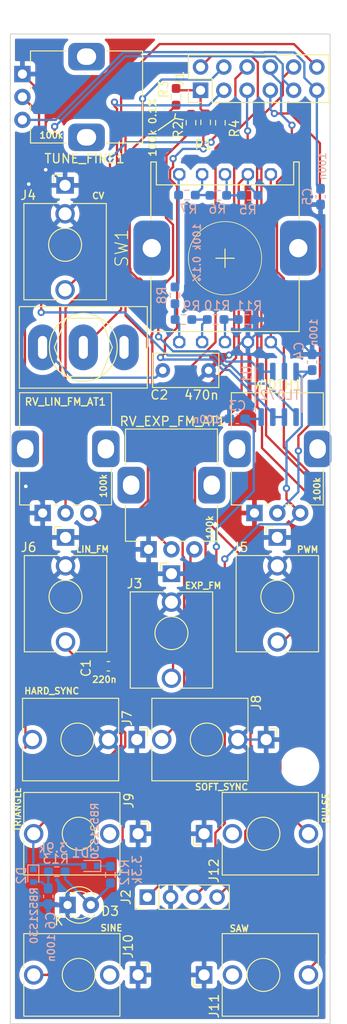
<source format=kicad_pcb>
(kicad_pcb (version 20211014) (generator pcbnew)
  (layers (0 "F.Cu" signal) (31 "B.Cu" signal) (34 "B.Paste" user) (35 "F.Paste" user) (36 "B.SilkS" user "B.Silkscreen") (37 "F.SilkS" user "F.Silkscreen") (38 "B.Mask" user) (39 "F.Mask" user) (44 "Edge.Cuts" user))
  (net 0 "")
  (net 1 "/VFCI")
  (net 2 "/SOFT_SYNC")
  (net 3 "/LIN_FM")
  (net 4 "/TRIANGLE")
  (net 5 "/PWM")
  (net 6 "/SINE")
  (net 7 "/WIDTH")
  (net 8 "/SAW")
  (net 9 "/HARD_SYNC")
  (net 10 "/PULSE")
  (net 11 "+12V")
  (net 12 "GND")
  (net 13 "-12V")
  (net 14 "Net-(C1-Pad1)")
  (net 15 "Net-(C1-Pad2)")
  (net 16 "Net-(J3-PadT)")
  (net 17 "Net-(J4-PadT)")
  (net 22 "Net-(R1-Pad1)")
  (net 23 "Net-(R2-Pad1)")
  (net 24 "Net-(R3-Pad1)")
  (net 25 "Net-(C2-Pad1)")
  (net 26 "/CAP")
  (net 27 "/+7.000V")
  (net 28 "Net-(R5-Pad2)")
  (net 29 "Net-(R6-Pad2)")
  (net 30 "Net-(R7-Pad2)")
  (net 31 "Net-(R8-Pad2)")
  (net 32 "Net-(R10-Pad1)")
  (net 33 "Net-(R10-Pad2)")
  (net 34 "Net-(SW1-PadCOM)")
  (net 36 "Net-(TUNE_FINE1-Pad2)")
  (net 37 "/1V")
  (net 38 "Net-(C6-Pad1)")
  (net 39 "Net-(D1-Pad1)")
  (net 40 "Net-(D3-Pad2)")
  (footprint "Connector_Audio:Jack_3.5mm_QingPu_WQP-PJ398SM_Vertical_CircularHoles" (layer "F.Cu") (at 159.7 91.17)
    (fp_text reference "J5")
    (fp_text value "PWM")
  )
  (footprint "Potentiometer_THT:Potentiometer_Alps_RK09K_Single_Vertical" (layer "F.Cu") (at 134.07 88.51 90)
    (fp_text reference "RV_LIN_FM_AT1")
    (fp_text value "100k")
  )
  (footprint "Connector_PinHeader_2.54mm:PinHeader_1x04_P2.54mm_Vertical" (layer "F.Cu") (at 145.5 130.41 90)
    (fp_text reference "J2")
    (fp_text value "Conn_01x04")
  )
  (footprint "Connector_PinHeader_2.54mm:PinHeader_2x06_P2.54mm_Vertical" (layer "F.Cu") (at 151.315 42.4 90)
    (fp_text reference "J1")
    (fp_text value "Conn_02x06_Odd_Even")
  )
  (footprint "LED_THT:LED_D3.0mm" (layer "F.Cu") (at 136.79 131.26)
    (fp_text reference "D3")
    (fp_text value "LED_Dual_Bidirectional")
  )
  (footprint "Connector_Audio:Jack_3.5mm_QingPu_WQP-PJ398SM_Vertical_CircularHoles" (layer "F.Cu") (at 136.52 52.77)
    (fp_text reference "J4")
    (fp_text value "CV")
  )
  (footprint "Connector_Audio:Jack_3.5mm_QingPu_WQP-PJ398SM_Vertical_CircularHoles" (layer "F.Cu") (at 158.476 113.22 -90)
    (fp_text reference "J8")
    (fp_text value "SOFT_SYNC")
  )
  (footprint "Capacitor_THT:C_Rect_L7.0mm_W3.5mm_P5.00mm" (layer "F.Cu") (at 147.19 72.95)
    (fp_text reference "C2")
    (fp_text value "470n")
  )
  (footprint "Connector_Audio:Jack_3.5mm_QingPu_WQP-PJ398SM_Vertical_CircularHoles" (layer "F.Cu") (at 144.49 123.49 -90)
    (fp_text reference "J9")
    (fp_text value "TRIANGLE")
  )
  (footprint "Capacitor_SMD:C_0603_1608Metric_Pad1.08x0.95mm_HandSolder" (layer "F.Cu") (at 141.25 105.23 180)
    (fp_text reference "C1")
    (fp_text value "220n")
  )
  (footprint "Resistor_SMD:R_0603_1608Metric_Pad0.98x0.95mm_HandSolder" (layer "F.Cu") (at 150.27 45.94 90)
    (fp_text reference "R2")
    (fp_text value "100k 0.1%")
  )
  (footprint "Potentiometer_THT:Potentiometer_Alps_RK09K_Single_Vertical" (layer "F.Cu") (at 145.635 92.47 90)
    (fp_text reference "RV_EXP_FM_AT1")
    (fp_text value "100k")
  )
  (footprint "Connector_Audio:Jack_3.5mm_QingPu_WQP-PJ398SM_Vertical_CircularHoles" (layer "F.Cu") (at 144.35 113.22 -90)
    (fp_text reference "J7")
    (fp_text value "HARD_SYNC")
  )
  (footprint "Connector_Audio:Jack_3.5mm_QingPu_WQP-PJ398SM_Vertical_CircularHoles" (layer "F.Cu") (at 151.7 138.89 90)
    (fp_text reference "J11")
    (fp_text value "SAW")
  )
  (footprint "Library:Rotary-Switch-8-ALPS-SRBV" (layer "F.Cu") (at 153.985 60.7185)
    (fp_text reference "SW1")
    (fp_text value "OCT")
  )
  (footprint "Potentiometer_THT:Potentiometer_Alps_RK09K_Single_Vertical" (layer "F.Cu") (at 131.86 40.63)
    (fp_text reference "TUNE_FINE1")
    (fp_text value "100k")
  )
  (footprint "Connector_Audio:Jack_3.5mm_QingPu_WQP-PJ398SM_Vertical_CircularHoles" (layer "F.Cu") (at 144.49 138.89 -90)
    (fp_text reference "J10")
    (fp_text value "SINE")
  )
  (footprint "Library:MountingHole_3.2mm_M3_NoCourt" (layer "F.Cu") (at 162.17 116.17)
    (fp_text reference "H1" hide)
    (fp_text value "MountingHole")
  )
  (footprint "Resistor_SMD:R_0603_1608Metric_Pad0.98x0.95mm_HandSolder" (layer "F.Cu") (at 151.87 45.9 90)
    (fp_text reference "R1")
    (fp_text value "100k 0.1%")
  )
  (footprint "Library:SW_Toggle_Blue_wSlots" (layer "F.Cu") (at 138.51 70.44)
    (fp_text reference "SW2" hide)
    (fp_text value "SW_LFO")
  )
  (footprint "Resistor_SMD:R_0603_1608Metric_Pad0.98x0.95mm_HandSolder" (layer "F.Cu") (at 148.64 43.11 90)
    (fp_text reference "R3")
    (fp_text value "100k 0.1%")
  )
  (footprint "Potentiometer_THT:Potentiometer_Alps_RK09K_Single_Vertical" (layer "F.Cu") (at 157.2 88.51 90)
    (fp_text reference "WIDTH1")
    (fp_text value "100k")
  )
  (footprint "Resistor_SMD:R_0603_1608Metric_Pad0.98x0.95mm_HandSolder" (layer "F.Cu") (at 153.48 45.95 90)
    (fp_text reference "R4")
    (fp_text value "100k 0.1%")
  )
  (footprint "Connector_Audio:Jack_3.5mm_QingPu_WQP-PJ398SM_Vertical_CircularHoles" (layer "F.Cu") (at 151.7 123.49 90)
    (fp_text reference "J12")
    (fp_text value "PULSE")
  )
  (footprint "Connector_Audio:Jack_3.5mm_QingPu_WQP-PJ398SM_Vertical_CircularHoles" (layer "F.Cu") (at 148.135 95.13)
    (fp_text reference "J3")
    (fp_text value "EXP_FM")
  )
  (footprint "Connector_Audio:Jack_3.5mm_QingPu_WQP-PJ398SM_Vertical_CircularHoles" (layer "F.Cu") (at 136.57 91.17)
    (fp_text reference "J6")
    (fp_text value "LIN_FM")
  )
  (footprint "Resistor_SMD:R_0603_1608Metric_Pad0.98x0.95mm_HandSolder" (layer "B.Cu") (at 141.46 127.96381 -90)
    (fp_text reference "R12")
    (fp_text value "3.3k")
  )
  (footprint "Resistor_SMD:R_0603_1608Metric_Pad0.98x0.95mm_HandSolder" (layer "B.Cu") (at 156.67 53.86 180)
    (fp_text reference "R5")
    (fp_text value "10k 0.1%")
  )
  (footprint "Resistor_SMD:R_0603_1608Metric_Pad0.98x0.95mm_HandSolder" (layer "B.Cu") (at 156.34 67.4)
    (fp_text reference "R11")
    (fp_text value "10k 0.1%")
  )
  (footprint "Diode_SMD:D_SOD-523" (layer "B.Cu") (at 133.05 128.05381 -90)
    (fp_text reference "D2")
    (fp_text value "RB521S30")
  )
  (footprint "Capacitor_SMD:C_0603_1608Metric_Pad1.08x0.95mm_HandSolder" (layer "B.Cu") (at 163.5 72.06 -90)
    (fp_text reference "C4")
    (fp_text value "100n")
  )
  (footprint "Capacitor_SMD:C_0603_1608Metric_Pad1.08x0.95mm_HandSolder" (layer "B.Cu") (at 155.33 78.24 180)
    (fp_text reference "C3")
    (fp_text value "100n")
  )
  (footprint "Package_SO:SOIC-8_3.9x4.9mm_P1.27mm" (layer "B.Cu") (at 159.84 75.57 -90)
    (fp_text reference "U1")
    (fp_text value "TL072")
  )
  (footprint "Resistor_SMD:R_0603_1608Metric_Pad0.98x0.95mm_HandSolder" (layer "B.Cu") (at 135.61381 127.63)
    (fp_text reference "R13")
    (fp_text value "3.9k")
  )
  (footprint "Diode_SMD:D_SOD-523" (layer "B.Cu") (at 139.26381 127.01 180)
    (fp_text reference "D1")
    (fp_text value "RB521S30")
  )
  (footprint "Resistor_SMD:R_0603_1608Metric_Pad0.98x0.95mm_HandSolder" (layer "B.Cu") (at 149.83 53.83 180)
    (fp_text reference "R7")
    (fp_text value "10k 0.1%")
  )
  (footprint "Resistor_SMD:R_0603_1608Metric_Pad0.98x0.95mm_HandSolder" (layer "B.Cu") (at 149.45 67.41)
    (fp_text reference "R9")
    (fp_text value "10k 0.1%")
  )
  (footprint "Capacitor_SMD:C_0603_1608Metric_Pad1.08x0.95mm_HandSolder" (layer "B.Cu") (at 164.42 54 -90)
    (fp_text reference "C5")
    (fp_text value "100n")
  )
  (footprint "Resistor_SMD:R_0603_1608Metric_Pad0.98x0.95mm_HandSolder" (layer "B.Cu") (at 152.96 67.4)
    (fp_text reference "R10")
    (fp_text value "10k 0.1%")
  )
  (footprint "Resistor_SMD:R_0603_1608Metric_Pad0.98x0.95mm_HandSolder" (layer "B.Cu") (at 148.52 64.77 -90)
    (fp_text reference "R8")
    (fp_text value "10k 0.1%")
  )
  (footprint "Capacitor_SMD:C_0603_1608Metric_Pad1.08x0.95mm_HandSolder" (layer "B.Cu") (at 134.68 130.32381 -90)
    (fp_text reference "C6")
    (fp_text value "100n")
  )
  (footprint "Resistor_SMD:R_0603_1608Metric_Pad0.98x0.95mm_HandSolder" (layer "B.Cu") (at 153.25 53.86 180)
    (fp_text reference "R6")
    (fp_text value "10k 0.1%")
  )
  (gr_line (start 146.69 46.76) (end 148.47 45.52) (layer "F.SilkS") (width 0.15))
  (gr_line (start 148.53 45.47) (end 149.42 45.62) (layer "F.SilkS") (width 0.15))
  (gr_line (start 148.47 45.52) (end 148.57 44.97) (layer "F.SilkS") (width 0.15))
  (gr_rect (start 130.54 144.21) (end 165.46 36.26) (layer "Edge.Cuts") (width 0.1) (fill none))
  (gr_text "100k 0.1%" (at 150.92 60.12 90) (layer "B.SilkS") (effects (font (size 0.8 0.8)) (justify mirror)))
  (gr_text "100k 0.1%" (at 146.08 46.45 90) (layer "F.SilkS") (effects (font (size 0.8 0.8))))
  (gr_text "K" (at 135.85 132.99) (layer "F.SilkS") (effects (font (size 1 1))))
  (segment (start 150.27 45.0275) (end 151.83 45.0275) (width 0.25) (layer "F.Cu") (net 1))
  (segment (start 151.315 42.4) (end 148.8425 42.4) (width 0.25) (layer "F.Cu") (net 1))
  (segment (start 151.83 45.0275) (end 151.87 44.9875) (width 0.25) (layer "F.Cu") (net 1))
  (segment (start 153.43 44.9875) (end 153.48 45.0375) (width 0.25) (layer "F.Cu") (net 1))
  (segment (start 148.8425 42.4) (end 148.64 42.1975) (width 0.25) (layer "F.Cu") (net 1))
  (segment (start 151.315 44.4325) (end 151.315 42.4) (width 0.25) (layer "F.Cu") (net 1))
  (segment (start 151.87 44.9875) (end 153.43 44.9875) (width 0.25) (layer "F.Cu") (net 1))
  (segment (start 151.87 44.9875) (end 151.315 44.4325) (width 0.25) (layer "F.Cu") (net 1))
  (segment (start 154.985 70.550402) (end 154.985 47.125) (width 0.25) (layer "F.Cu") (net 2))
  (segment (start 150.8 103.51) (end 150.8 96.77) (width 0.25) (layer "F.Cu") (net 2))
  (segment (start 149.525 104.785) (end 149.525 110.771) (width 0.25) (layer "F.Cu") (net 2))
  (segment (start 151.86 95.71) (end 151.86 89.88569) (width 0.25) (layer "F.Cu") (net 2))
  (segment (start 150.8 96.77) (end 151.86 95.71) (width 0.25) (layer "F.Cu") (net 2))
  (segment (start 155.190499 71.586189) (end 155.190499 71.046189) (width 0.25) (layer "F.Cu") (net 2))
  (segment (start 156.856701 38.66) (end 152.515 38.66) (width 0.25) (layer "F.Cu") (net 2))
  (segment (start 151.86 89.88569) (end 150.260499 88.286189) (width 0.25) (layer "F.Cu") (net 2))
  (segment (start 150.8 103.51) (end 149.525 104.785) (width 0.25) (layer "F.Cu") (net 2))
  (segment (start 154.985 47.125) (end 157.57 44.54) (width 0.25) (layer "F.Cu") (net 2))
  (segment (start 155.035499 70.600901) (end 154.985 70.550402) (width 0.25) (layer "F.Cu") (net 2))
  (segment (start 157.57 39.373299) (end 156.856701 38.66) (width 0.25) (layer "F.Cu") (net 2))
  (segment (start 152.515 38.66) (end 151.315 39.86) (width 0.25) (layer "F.Cu") (net 2))
  (segment (start 155.035499 70.891189) (end 155.035499 70.600901) (width 0.25) (layer "F.Cu") (net 2))
  (segment (start 150.260499 88.286189) (end 150.260499 76.516189) (width 0.25) (layer "F.Cu") (net 2))
  (segment (start 149.525 110.771) (end 147.076 113.22) (width 0.25) (layer "F.Cu") (net 2))
  (segment (start 150.260499 76.516189) (end 155.190499 71.586189) (width 0.25) (layer "F.Cu") (net 2))
  (segment (start 155.190499 71.046189) (end 155.035499 70.891189) (width 0.25) (layer "F.Cu") (net 2))
  (segment (start 157.57 44.54) (end 157.57 39.373299) (width 0.25) (layer "F.Cu") (net 2))
  (segment (start 141.9155 44.128812) (end 141.9155 43.692317) (width 0.25) (layer "F.Cu") (net 3))
  (segment (start 136.57 66.15431) (end 142.190499 60.533811) (width 0.25) (layer "F.Cu") (net 3))
  (segment (start 136.57 88.51) (end 136.57 66.15431) (width 0.25) (layer "F.Cu") (net 3))
  (segment (start 142.190499 44.403811) (end 141.9155 44.128812) (width 0.25) (layer "F.Cu") (net 3))
  (segment (start 142.190499 60.533811) (end 142.190499 44.403811) (width 0.25) (layer "F.Cu") (net 3))
  (via (at 141.9155 43.692317) (size 0.8) (drill 0.4) (layers "F.Cu" "B.Cu") (net 3))
  (segment (start 142.268063 44.04488) (end 141.9155 43.692317) (width 0.25) (layer "B.Cu") (net 3))
  (segment (start 152.21012 44.04488) (end 142.268063 44.04488) (width 0.25) (layer "B.Cu") (net 3))
  (segment (start 153.855 42.4) (end 152.21012 44.04488) (width 0.25) (layer "B.Cu") (net 3))
  (segment (start 144.98 44.99569) (end 144.98 43.32) (width 0.25) (layer "F.Cu") (net 4))
  (segment (start 143.119501 46.856189) (end 144.98 44.99569) (width 0.25) (layer "F.Cu") (net 4))
  (segment (start 145.484614 70.434902) (end 145.484614 70.043498) (width 0.25) (layer "F.Cu") (net 4))
  (segment (start 145.482903 69.340542) (end 143.119501 66.97714) (width 0.25) (layer "F.Cu") (net 4))
  (segment (start 145.56 87.16528) (end 145.56 70.510288) (width 0.25) (layer "F.Cu") (net 4))
  (segment (start 142.34 112.344243) (end 142.34 107.395495) (width 0.25) (layer "F.Cu") (net 4))
  (segment (start 143.21 89.51528) (end 145.56 87.16528) (width 0.25) (layer "F.Cu") (net 4))
  (segment (start 143.119501 66.97714) (end 143.119501 46.856189) (width 0.25) (layer "F.Cu") (net 4))
  (segment (start 142.64 112.644243) (end 142.34 112.344243) (width 0.25) (layer "F.Cu") (net 4))
  (segment (start 145.484614 70.043498) (end 145.482903 70.041787) (width 0.25) (layer "F.Cu") (net 4))
  (segment (start 143.21 106.525495) (end 143.21 89.51528) (width 0.25) (layer "F.Cu") (net 4))
  (segment (start 145.56 70.510288) (end 145.484614 70.434902) (width 0.25) (layer "F.Cu") (net 4))
  (segment (start 142.34 107.395495) (end 143.21 106.525495) (width 0.25) (layer "F.Cu") (net 4))
  (segment (start 133.09 123.345757) (end 142.64 113.795757) (width 0.25) (layer "F.Cu") (net 4))
  (segment (start 145.482903 70.041787) (end 145.482903 69.340542) (width 0.25) (layer "F.Cu") (net 4))
  (segment (start 142.64 113.795757) (end 142.64 112.644243) (width 0.25) (layer "F.Cu") (net 4))
  (segment (start 133.09 123.49) (end 133.09 123.345757) (width 0.25) (layer "F.Cu") (net 4))
  (via (at 144.98 43.32) (size 0.8) (drill 0.4) (layers "F.Cu" "B.Cu") (net 4))
  (segment (start 152.49 41.225) (end 153.855 39.86) (width 0.25) (layer "B.Cu") (net 4))
  (segment (start 133.05 127.35381) (end 133.05 123.53) (width 0.25) (layer "B.Cu") (net 4))
  (segment (start 133.05 123.53) (end 133.09 123.49) (width 0.25) (layer "B.Cu") (net 4))
  (segment (start 147.075 41.225) (end 152.49 41.225) (width 0.25) (layer "B.Cu") (net 4))
  (segment (start 133.57381 126.83) (end 133.05 127.35381) (width 0.25) (layer "B.Cu") (net 4))
  (segment (start 138.56381 127.01) (end 138.38381 126.83) (width 0.25) (layer "B.Cu") (net 4))
  (segment (start 138.38381 126.83) (end 133.57381 126.83) (width 0.25) (layer "B.Cu") (net 4))
  (segment (start 144.98 43.32) (end 147.075 41.225) (width 0.25) (layer "B.Cu") (net 4))
  (segment (start 158.024002 77.474002) (end 157.47 76.92) (width 0.25) (layer "F.Cu") (net 5))
  (segment (start 156.46 48.66) (end 156.46 46.83) (width 0.25) (layer "F.Cu") (net 5))
  (segment (start 157.485 49.685) (end 156.46 48.66) (width 0.25) (layer "F.Cu") (net 5))
  (segment (start 157.47 76.92) (end 157.51 76.88) (width 0.25) (layer "F.Cu") (net 5))
  (segment (start 158.024002 81.414002) (end 158.024002 77.474002) (width 0.25) (layer "F.Cu") (net 5))
  (segment (start 157.51 76.88) (end 157.51 62.04) (width 0.25) (layer "F.Cu") (net 5))
  (segment (start 157.34 61.87) (end 157.485 61.725) (width 0.25) (layer "F.Cu") (net 5))
  (segment (start 163.874501 98.975499) (end 163.874501 87.264501) (width 0.25) (layer "F.Cu") (net 5))
  (segment (start 157.485 61.725) (end 157.485 49.685) (width 0.25) (layer "F.Cu") (net 5))
  (segment (start 159.7 103.15) (end 163.874501 98.975499) (width 0.25) (layer "F.Cu") (net 5))
  (segment (start 163.874501 87.264501) (end 158.024002 81.414002) (width 0.25) (layer "F.Cu") (net 5))
  (segment (start 157.51 62.04) (end 157.34 61.87) (width 0.25) (layer "F.Cu") (net 5))
  (via (at 156.46 46.83) (size 0.8) (drill 0.4) (layers "F.Cu" "B.Cu") (net 5))
  (segment (start 156.46 46.83) (end 156.395 46.765) (width 0.25) (layer "B.Cu") (net 5))
  (segment (start 156.395 46.765) (end 156.395 42.4) (width 0.25) (layer "B.Cu") (net 5))
  (segment (start 149.765141 102.278371) (end 142.8 109.243512) (width 0.25) (layer "F.Cu") (net 6))
  (segment (start 134.596137 138.89) (end 133.09 138.89) (width 0.25) (layer "F.Cu") (net 6))
  (segment (start 149.525 93.365) (end 149.525 100.712358) (width 0.25) (layer "F.Cu") (net 6))
  (segment (start 142.8 130.686137) (end 134.596137 138.89) (width 0.25) (layer "F.Cu") (net 6))
  (segment (start 154.535499 46.938811) (end 155.12 46.35431) (width 0.25) (layer "F.Cu") (net 6))
  (segment (start 142.8 112.168553) (end 143.089501 112.458054) (width 0.25) (layer "F.Cu") (net 6))
  (segment (start 149.684841 101.073168) (end 149.763344 101.151671) (width 0.25) (layer "F.Cu") (net 6))
  (segment (start 142.8 109.243512) (end 142.8 112.168553) (width 0.25) (layer "F.Cu") (net 6))
  (segment (start 142.8 114.271447) (end 142.8 130.686137) (width 0.25) (layer "F.Cu") (net 6))
  (segment (start 143.089501 112.458054) (end 143.089501 113.981946) (width 0.25) (layer "F.Cu") (net 6))
  (segment (start 155.12 41.135) (end 156.395 39.86) (width 0.25) (layer "F.Cu") (net 6))
  (segment (start 149.36 93.2) (end 149.36 73.464914) (width 0.25) (layer "F.Cu") (net 6))
  (segment (start 149.684841 100.872199) (end 149.684841 101.073168) (width 0.25) (layer "F.Cu") (net 6))
  (segment (start 143.089501 113.981946) (end 142.8 114.271447) (width 0.25) (layer "F.Cu") (net 6))
  (segment (start 155.12 46.35431) (end 155.12 41.135) (width 0.25) (layer "F.Cu") (net 6))
  (segment (start 149.763344 101.151671) (end 149.763344 101.330808) (width 0.25) (layer "F.Cu") (net 6))
  (segment (start 149.765141 101.332605) (end 149.765141 102.278371) (width 0.25) (layer "F.Cu") (net 6))
  (segment (start 149.36 93.2) (end 149.525 93.365) (width 0.25) (layer "F.Cu") (net 6))
  (segment (start 154.535499 47.118811) (end 154.535499 46.938811) (width 0.25) (layer "F.Cu") (net 6))
  (segment (start 152.95 69.874914) (end 152.95 48.70431) (width 0.25) (layer "F.Cu") (net 6))
  (segment (start 149.36 73.464914) (end 152.95 69.874914) (width 0.25) (layer "F.Cu") (net 6))
  (segment (start 149.763344 101.330808) (end 149.765141 101.332605) (width 0.25) (layer "F.Cu") (net 6))
  (segment (start 149.525 100.712358) (end 149.684841 100.872199) (width 0.25) (layer "F.Cu") (net 6))
  (segment (start 152.95 48.70431) (end 154.535499 47.118811) (width 0.25) (layer "F.Cu") (net 6))
  (segment (start 164.35 48.17) (end 161.11 44.93) (width 0.25) (layer "F.Cu") (net 7))
  (segment (start 162.0005 80.08922) (end 164.35 77.73972) (width 0.25) (layer "F.Cu") (net 7))
  (segment (start 162.0005 81.73) (end 162.0005 80.08922) (width 0.25) (layer "F.Cu") (net 7))
  (segment (start 164.35 77.73972) (end 164.35 48.17) (width 0.25) (layer "F.Cu") (net 7))
  (segment (start 161.11 44.93) (end 159.38 44.93) (width 0.25) (layer "F.Cu") (net 7))
  (via (at 159.38 44.93) (size 0.8) (drill 0.4) (layers "F.Cu" "B.Cu") (net 7))
  (via (at 162.0005 81.73) (size 0.8) (drill 0.4) (layers "F.Cu" "B.Cu") (net 7))
  (segment (start 158.935 44.485) (end 158.935 42.4) (width 0.25) (layer "B.Cu") (net 7))
  (segment (start 159.38 44.93) (end 158.935 44.485) (width 0.25) (layer "B.Cu") (net 7))
  (segment (start 159.7 88.51) (end 162.0005 86.2095) (width 0.25) (layer "B.Cu") (net 7))
  (segment (start 162.0005 86.2095) (end 162.0005 81.73) (width 0.25) (layer "B.Cu") (net 7))
  (segment (start 164.262378 85.130998) (end 164.200718 85.130998) (width 0.25) (layer "F.Cu") (net 8))
  (segment (start 160.41 62.917333) (end 159.6605 62.167833) (width 0.25) (layer "F.Cu") (net 8))
  (segment (start 159.6605 52.3795) (end 161.28 50.76) (width 0.25) (layer "F.Cu") (net 8))
  (segment (start 161.28 46.23) (end 161.3 46.21) (width 0.25) (layer "F.Cu") (net 8))
  (segment (start 160.41 81.34028) (end 160.41 62.917333) (width 0.25) (layer "F.Cu") (net 8))
  (segment (start 164.200718 85.130998) (end 160.41 81.34028) (width 0.25) (layer "F.Cu") (net 8))
  (segment (start 162.59 138.82) (end 164.839002 136.570998) (width 0.25) (layer "F.Cu") (net 8))
  (segment (start 159.6605 62.167833) (end 159.6605 52.3795) (width 0.25) (layer "F.Cu") (net 8))
  (segment (start 164.839002 136.570998) (end 164.839002 85.707622) (width 0.25) (layer "F.Cu") (net 8))
  (segment (start 161.28 50.76) (end 161.28 46.23) (width 0.25) (layer "F.Cu") (net 8))
  (segment (start 164.839002 85.707622) (end 164.262378 85.130998) (width 0.25) (layer "F.Cu") (net 8))
  (via (at 161.3 46.21) (size 0.8) (drill 0.4) (layers "F.Cu" "B.Cu") (net 8))
  (segment (start 158.935 40.49569) (end 158.935 39.86) (width 0.25) (layer "B.Cu") (net 8))
  (segment (start 160.11 41.67069) (end 158.935 40.49569) (width 0.25) (layer "B.Cu") (net 8))
  (segment (start 161.3 46.21) (end 160.11 45.02) (width 0.25) (layer "B.Cu") (net 8))
  (segment (start 160.11 45.02) (end 160.11 41.67069) (width 0.25) (layer "B.Cu") (net 8))
  (segment (start 135.985 65.985) (end 134.849501 64.849501) (width 0.25) (layer "F.Cu") (net 9))
  (segment (start 132.19 114.12) (end 132.19 86.664598) (width 0.25) (layer "F.Cu") (net 9))
  (segment (start 132.19 86.664598) (end 135.985 82.869598) (width 0.25) (layer "F.Cu") (net 9))
  (segment (start 135.376443 51.118155) (end 135.376443 46.3545) (width 0.25) (layer "F.Cu") (net 9))
  (segment (start 134.849501 64.849501) (end 134.849501 51.645097) (width 0.25) (layer "F.Cu") (net 9))
  (segment (start 135.985 82.869598) (end 135.985 65.985) (width 0.25) (layer "F.Cu") (net 9))
  (segment (start 134.849501 51.645097) (end 135.376443 51.118155) (width 0.25) (layer "F.Cu") (net 9))
  (via (at 135.376443 46.3545) (size 0.8) (drill 0.4) (layers "F.Cu" "B.Cu") (net 9))
  (segment (start 143.11069 38.685) (end 135.44119 46.3545) (width 0.25) (layer "B.Cu") (net 9))
  (segment (start 160.29 41.215) (end 160.29 39.553299) (width 0.25) (layer "B.Cu") (net 9))
  (segment (start 156.881701 38.685) (end 143.11069 38.685) (width 0.25) (layer "B.Cu") (net 9))
  (segment (start 158.413798 38.719501) (end 156.916202 38.719501) (width 0.25) (layer "B.Cu") (net 9))
  (segment (start 161.475 42.4) (end 160.29 41.215) (width 0.25) (layer "B.Cu") (net 9))
  (segment (start 156.916202 38.719501) (end 156.881701 38.685) (width 0.25) (layer "B.Cu") (net 9))
  (segment (start 135.44119 46.3545) (end 135.376443 46.3545) (width 0.25) (layer "B.Cu") (net 9))
  (segment (start 159.421701 38.685) (end 158.448299 38.685) (width 0.25) (layer "B.Cu") (net 9))
  (segment (start 158.448299 38.685) (end 158.413798 38.719501) (width 0.25) (layer "B.Cu") (net 9))
  (segment (start 160.29 39.553299) (end 159.421701 38.685) (width 0.25) (layer "B.Cu") (net 9))
  (segment (start 157.959501 49.523811) (end 157.76 49.32431) (width 0.25) (layer "F.Cu") (net 10))
  (segment (start 157.76 45.47) (end 160.3 42.93) (width 0.25) (layer "F.Cu") (net 10))
  (segment (start 160.03 120.75) (end 160.03 104.785757) (width 0.25) (layer "F.Cu") (net 10))
  (segment (start 157.959501 71.143811) (end 157.959501 49.523811) (width 0.25) (layer "F.Cu") (net 10))
  (segment (start 157.76 49.32431) (end 157.76 45.47) (width 0.25) (layer "F.Cu") (net 10))
  (segment (start 160.3 42.93) (end 160.3 41.035) (width 0.25) (layer "F.Cu") (net 10))
  (segment (start 160.3 41.035) (end 161.475 39.86) (width 0.25) (layer "F.Cu") (net 10))
  (segment (start 160.03 120.75) (end 160.36 120.75) (width 0.25) (layer "F.Cu") (net 10))
  (segment (start 158.473503 71.657813) (end 157.959501 71.143811) (width 0.25) (layer "F.Cu") (net 10))
  (segment (start 164.339501 100.476256) (end 164.339501 85.905471) (width 0.25) (layer "F.Cu") (net 10))
  (segment (start 164.339501 85.905471) (end 158.473503 80.039473) (width 0.25) (layer "F.Cu") (net 10))
  (segment (start 160.36 120.75) (end 163.1 123.49) (width 0.25) (layer "F.Cu") (net 10))
  (segment (start 160.03 104.785757) (end 164.339501 100.476256) (width 0.25) (layer "F.Cu") (net 10))
  (segment (start 158.473503 80.039473) (end 158.473503 71.657813) (width 0.25) (layer "F.Cu") (net 10))
  (segment (start 149.974501 125.935499) (end 149.974501 105.731189) (width 0.25) (layer "F.Cu") (net 11))
  (segment (start 153.04 102.59569) (end 153.04 92.19) (width 0.25) (layer "F.Cu") (net 11))
  (segment (start 151.249501 104.456189) (end 151.249501 104.386189) (width 0.25) (layer "F.Cu") (net 11))
  (segment (start 145.5 130.41) (end 149.974501 125.935499) (width 0.25) (layer "F.Cu") (net 11))
  (segment (start 151.249501 104.386189) (end 153.04 102.59569) (width 0.25) (layer "F.Cu") (net 11))
  (segment (start 149.974501 105.731189) (end 151.249501 104.456189) (width 0.25) (layer "F.Cu") (net 11))
  (via (at 153.04 92.19) (size 0.8) (drill 0.4) (layers "F.Cu" "B.Cu") (net 11))
  (segment (start 157.74 78.24) (end 157.935 78.045) (width 0.25) (layer "B.Cu") (net 11))
  (segment (start 153.04 92.19) (end 153.04 90.22) (width 0.25) (layer "B.Cu") (net 11))
  (segment (start 156.1925 78.24) (end 157.74 78.24) (width 0.25) (layer "B.Cu") (net 11))
  (segment (start 153.04 90.22) (end 157.125 86.135) (width 0.25) (layer "B.Cu") (net 11))
  (segment (start 157.125 86.135) (end 157.125 79.1725) (width 0.25) (layer "B.Cu") (net 11))
  (segment (start 157.125 79.1725) (end 156.1925 78.24) (width 0.25) (layer "B.Cu") (net 11))
  (segment (start 131.86 40.63) (end 134.4 43.17) (width 0.25) (layer "F.Cu") (net 12))
  (segment (start 132.135 53.045) (end 132.135 76.295) (width 0.25) (layer "F.Cu") (net 12))
  (segment (start 134.19 78.35) (end 134.19 83.64) (width 0.25) (layer "F.Cu") (net 12))
  (segment (start 134.19 83.64) (end 132.23 85.6) (width 0.25) (layer "F.Cu") (net 12))
  (segment (start 134.4 43.17) (end 134.4 51.07) (width 0.25) (layer "F.Cu") (net 12))
  (segment (start 152.19 72.95) (end 153.85584 71.28416) (width 0.25) (layer "F.Cu") (net 12))
  (segment (start 132.135 76.295) (end 134.19 78.35) (width 0.25) (layer "F.Cu") (net 12))
  (segment (start 153.85584 71.28416) (end 154.426833 71.28416) (width 0.25) (layer "F.Cu") (net 12))
  (segment (start 132.55 52.63) (end 132.135 53.045) (width 0.25) (layer "F.Cu") (net 12))
  (via (at 134.4 51.07) (size 0.8) (drill 0.4) (layers "F.Cu" "B.Cu") (net 12))
  (via (at 132.55 52.63) (size 0.8) (drill 0.4) (layers "F.Cu" "B.Cu") (net 12))
  (via (at 154.426833 71.28416) (size 0.8) (drill 0.4) (layers "F.Cu" "B.Cu") (net 12))
  (via (at 132.23 85.6) (size 0.8) (drill 0.4) (layers "F.Cu" "B.Cu") (net 12))
  (segment (start 136.52 52.77) (end 132.69 52.77) (width 0.25) (layer "B.Cu") (net 12))
  (segment (start 132.23 85.6) (end 134.07 87.44) (width 0.25) (layer "B.Cu") (net 12))
  (segment (start 156.485 69.8685) (end 157.485 68.8685) (width 0.25) (layer "B.Cu") (net 12))
  (segment (start 157.485 68.8685) (end 161.171 68.8685) (width 0.25) (layer "B.Cu") (net 12))
  (segment (start 134.4 51.07) (end 134.82 51.07) (width 0.25) (layer "B.Cu") (net 12))
  (segment (start 156.485 68.1675) (end 156.485 69.8685) (width 0.25) (layer "B.Cu") (net 12))
  (segment (start 161.171 68.8685) (end 163.5 71.1975) (width 0.25) (layer "B.Cu") (net 12))
  (segment (start 157.2525 67.4) (end 156.485 68.1675) (width 0.25) (layer "B.Cu") (net 12))
  (segment (start 134.07 87.44) (end 134.07 88.51) (width 0.25) (layer "B.Cu") (net 12))
  (segment (start 132.69 52.77) (end 132.55 52.63) (width 0.25) (layer "B.Cu") (net 12))
  (segment (start 134.82 51.07) (end 136.52 52.77) (width 0.25) (layer "B.Cu") (net 12))
  (segment (start 155.842493 69.8685) (end 154.426833 71.28416) (width 0.25) (layer "B.Cu") (net 12))
  (segment (start 155.376 113.22) (end 158.476 113.22) (width 0.25) (layer "B.Cu") (net 12))
  (segment (start 156.485 69.8685) (end 155.842493 69.8685) (width 0.25) (layer "B.Cu") (net 12))
  (segment (start 150.58 130.41) (end 152.94 128.05) (width 0.25) (layer "F.Cu") (net 13))
  (segment (start 152.94 128.05) (end 152.94 123.384243) (width 0.25) (layer "F.Cu") (net 13))
  (segment (start 152.94 123.384243) (end 153.96 122.364243) (width 0.25) (layer "F.Cu") (net 13))
  (segment (start 153.96 122.364243) (end 153.96 93.52) (width 0.25) (layer "F.Cu") (net 13))
  (segment (start 162.2 88.51) (end 160.7 87.01) (width 0.25) (layer "F.Cu") (net 13))
  (segment (start 160.7 87.01) (end 160.7 85.82) (width 0.25) (layer "F.Cu") (net 13))
  (via (at 160.7 85.82) (size 0.8) (drill 0.4) (layers "F.Cu" "B.Cu") (net 13))
  (via (at 153.96 93.52) (size 0.8) (drill 0.4) (layers "F.Cu" "B.Cu") (net 13))
  (segment (start 160.7 80.736751) (end 162.37 79.066751) (width 0.25) (layer "B.Cu") (net 13))
  (segment (start 161.745 73.095) (end 163.3275 73.095) (width 0.25) (layer "B.Cu") (net 13))
  (segment (start 162.37 73.79) (end 162.37 73.72) (width 0.25) (layer "B.Cu") (net 13))
  (segment (start 160.7 85.82) (end 160.7 80.736751) (width 0.25) (layer "B.Cu") (net 13))
  (segment (start 153.96 93.52) (end 157.745 89.735) (width 0.25) (layer "B.Cu") (net 13))
  (segment (start 163.5 72.9225) (end 163.2375 72.9225) (width 0.25) (layer "B.Cu") (net 13))
  (segment (start 160.975 89.735) (end 162.2 88.51) (width 0.25) (layer "B.Cu") (net 13))
  (segment (start 163.2375 72.9225) (end 162.37 73.79) (width 0.25) (layer "B.Cu") (net 13))
  (segment (start 162.37 79.066751) (end 162.37 73.79) (width 0.25) (layer "B.Cu") (net 13))
  (segment (start 163.3275 73.095) (end 163.5 72.9225) (width 0.25) (layer "B.Cu") (net 13))
  (segment (start 162.37 73.72) (end 161.745 73.095) (width 0.25) (layer "B.Cu") (net 13))
  (segment (start 157.745 89.735) (end 160.975 89.735) (width 0.25) (layer "B.Cu") (net 13))
  (segment (start 139.46 106.03) (end 141.3125 106.03) (width 0.25) (layer "F.Cu") (net 14))
  (segment (start 141.3125 106.03) (end 142.1125 105.23) (width 0.25) (layer "F.Cu") (net 14))
  (segment (start 136.58 103.15) (end 139.46 106.03) (width 0.25) (layer "F.Cu") (net 14))
  (segment (start 142.41 104.23) (end 141.3875 104.23) (width 0.25) (layer "F.Cu") (net 15))
  (segment (start 142.41 91.85) (end 139.07 88.51) (width 0.25) (layer "F.Cu") (net 15))
  (segment (start 141.3875 104.23) (end 140.3875 105.23) (width 0.25) (layer "F.Cu") (net 15))
  (segment (start 142.41 104.23) (end 142.41 91.85) (width 0.25) (layer "F.Cu") (net 15))
  (segment (start 150.214642 102.46456) (end 150.214642 92.890358) (width 0.25) (layer "F.Cu") (net 16))
  (segment (start 148.31 107.11) (end 148.31 104.369202) (width 0.25) (layer "F.Cu") (net 16))
  (segment (start 150.214642 92.890358) (end 150.635 92.47) (width 0.25) (layer "F.Cu") (net 16))
  (segment (start 148.31 104.369202) (end 150.214642 102.46456) (width 0.25) (layer "F.Cu") (net 16))
  (segment (start 152.47 47.8725) (end 153.48 46.8625) (width 0.25) (layer "F.Cu") (net 17))
  (segment (start 136.52 64.17) (end 141.42 59.27) (width 0.25) (layer "F.Cu") (net 17))
  (segment (start 152.47 48.07) (end 152.47 47.8725) (width 0.25) (layer "F.Cu") (net 17))
  (segment (start 141.42 59.27) (end 141.42 49.89) (width 0.25) (layer "F.Cu") (net 17))
  (via (at 141.42 49.89) (size 0.8) (drill 0.4) (layers "F.Cu" "B.Cu") (net 17))
  (via (at 152.47 48.07) (size 0.8) (drill 0.4) (layers "F.Cu" "B.Cu") (net 17))
  (segment (start 141.42 49.89) (end 143.24 48.07) (width 0.25) (layer "B.Cu") (net 17))
  (segment (start 143.24 48.07) (end 152.47 48.07) (width 0.25) (layer "B.Cu") (net 17))
  (segment (start 148.759001 52.869001) (end 148.759001 68.289564) (width 0.25) (layer "F.Cu") (net 22))
  (segment (start 151.87 46.8125) (end 151.62 47.0625) (width 0.25) (layer "F.Cu") (net 22))
  (segment (start 148.759001 68.289564) (end 147.4245 69.624065) (width 0.25) (layer "F.Cu") (net 22))
  (segment (start 148.3145 49.858549) (end 148.3145 50.76688) (width 0.25) (layer "F.Cu") (net 22))
  (segment (start 147.985 51.09638) (end 147.985 52.095) (width 0.25) (layer "F.Cu") (net 22))
  (segment (start 147.985 52.095) (end 148.759001 52.869001) (width 0.25) (layer "F.Cu") (net 22))
  (segment (start 147.4245 71.064113) (end 146.938992 71.549621) (width 0.25) (layer "F.Cu") (net 22))
  (segment (start 151.62 47.0625) (end 151.62 48.7945) (width 0.25) (layer "F.Cu") (net 22))
  (segment (start 148.3145 50.76688) (end 147.985 51.09638) (width 0.25) (layer "F.Cu") (net 22))
  (segment (start 147.4245 69.624065) (end 147.4245 71.064113) (width 0.25) (layer "F.Cu") (net 22))
  (via (at 151.62 48.7945) (size 0.8) (drill 0.4) (layers "F.Cu" "B.Cu") (net 22))
  (via (at 146.938992 71.549621) (size 0.8) (drill 0.4) (layers "F.Cu" "B.Cu") (net 22))
  (via (at 148.3145 49.858549) (size 0.8) (drill 0.4) (layers "F.Cu" "B.Cu") (net 22))
  (segment (start 148.3145 49.858549) (end 149.378549 48.7945) (width 0.25) (layer "B.Cu") (net 22))
  (segment (start 153.754357 72.907662) (end 152.614197 71.767502) (width 0.25) (layer "B.Cu") (net 22))
  (segment (start 147.156873 71.767502) (end 146.938992 71.549621) (width 0.25) (layer "B.Cu") (net 22))
  (segment (start 149.378549 48.7945) (end 151.62 48.7945) (width 0.25) (layer "B.Cu") (net 22))
  (segment (start 159.205 78.045) (end 160.475 78.045) (width 0.25) (layer "B.Cu") (net 22))
  (segment (start 159.205 78.045) (end 159.205 77.668249) (width 0.25) (layer "B.Cu") (net 22))
  (segment (start 159.205 77.668249) (end 154.444413 72.907662) (width 0.25) (layer "B.Cu") (net 22))
  (segment (start 152.614197 71.767502) (end 147.156873 71.767502) (width 0.25) (layer "B.Cu") (net 22))
  (segment (start 154.444413 72.907662) (end 153.754357 72.907662) (width 0.25) (layer "B.Cu") (net 22))
  (segment (start 148.3095 57.0695) (end 148.3095 62.6105) (width 0.25) (layer "F.Cu") (net 23))
  (segment (start 147.59 50.85569) (end 147.535499 50.910191) (width 0.25) (layer "F.Cu") (net 23))
  (segment (start 146.7 69.255401) (end 146.733152 69.288553) (width 0.25) (layer "F.Cu") (net 23))
  (segment (start 150.27 46.8525) (end 147.59 49.5325) (width 0.25) (layer "F.Cu") (net 23))
  (segment (start 147.535499 50.910191) (end 147.535499 56.295499) (width 0.25) (layer "F.Cu") (net 23))
  (segment (start 147.59 49.5325) (end 147.59 50.85569) (width 0.25) (layer "F.Cu") (net 23))
  (segment (start 148.3095 62.6105) (end 146.7 64.22) (width 0.25) (layer "F.Cu") (net 23))
  (segment (start 147.535499 56.295499) (end 148.3095 57.0695) (width 0.25) (layer "F.Cu") (net 23))
  (segment (start 146.7 64.22) (end 146.7 69.255401) (width 0.25) (layer "F.Cu") (net 23))
  (via (at 146.733152 69.288553) (size 0.8) (drill 0.4) (layers "F.Cu" "B.Cu") (net 23))
  (segment (start 154.751091 71.9845) (end 156.8245 71.9845) (width 0.25) (layer "B.Cu") (net 23))
  (segment (start 146.733152 69.288553) (end 148.313099 70.8685) (width 0.25) (layer "B.Cu") (net 23))
  (segment (start 156.8245 71.9845) (end 157.935 73.095) (width 0.25) (layer "B.Cu") (net 23))
  (segment (start 153.702333 71.584258) (end 154.126735 72.00866) (width 0.25) (layer "B.Cu") (net 23))
  (segment (start 157.935 73.095) (end 159.205 73.095) (width 0.25) (layer "B.Cu") (net 23))
  (segment (start 154.126735 72.00866) (end 154.726931 72.00866) (width 0.25) (layer "B.Cu") (net 23))
  (segment (start 154.726931 72.00866) (end 154.751091 71.9845) (width 0.25) (layer "B.Cu") (net 23))
  (segment (start 148.313099 70.8685) (end 153.223902 70.8685) (width 0.25) (layer "B.Cu") (net 23))
  (segment (start 153.702333 71.346931) (end 153.702333 71.584258) (width 0.25) (layer "B.Cu") (net 23))
  (segment (start 153.223902 70.8685) (end 153.702333 71.346931) (width 0.25) (layer "B.Cu") (net 23))
  (segment (start 146.049501 68.995558) (end 146.049501 64.283811) (width 0.25) (layer "F.Cu") (net 24))
  (segment (start 148.135 92.47) (end 146.049501 90.384501) (width 0.25) (layer "F.Cu") (net 24))
  (segment (start 143.58 49.0825) (end 148.64 44.0225) (width 0.25) (layer "F.Cu") (net 24))
  (segment (start 145.952453 69.907357) (end 145.952453 69.092606) (width 0.25) (layer "F.Cu") (net 24))
  (segment (start 145.952453 69.092606) (end 146.049501 68.995558) (width 0.25) (layer "F.Cu") (net 24))
  (segment (start 143.66 61.89431) (end 143.58 61.81431) (width 0.25) (layer "F.Cu") (net 24))
  (segment (start 144.70919 62.9435) (end 144.436167 62.9435) (width 0.25) (layer "F.Cu") (net 24))
  (segment (start 146.049501 70.004405) (end 145.952453 69.907357) (width 0.25) (layer "F.Cu") (net 24))
  (segment (start 146.049501 64.283811) (end 144.70919 62.9435) (width 0.25) (layer "F.Cu") (net 24))
  (segment (start 143.58 61.81431) (end 143.58 49.0825) (width 0.25) (layer "F.Cu") (net 24))
  (segment (start 144.436167 62.9435) (end 143.66 62.167333) (width 0.25) (layer "F.Cu") (net 24))
  (segment (start 146.049501 90.384501) (end 146.049501 70.004405) (width 0.25) (layer "F.Cu") (net 24))
  (segment (start 143.66 62.167333) (end 143.66 61.89431) (width 0.25) (layer "F.Cu") (net 24))
  (segment (start 137.369999 73.749999) (end 134.06 70.44) (width 0.25) (layer "B.Cu") (net 25))
  (segment (start 146.390001 73.749999) (end 137.369999 73.749999) (width 0.25) (layer "B.Cu") (net 25))
  (segment (start 147.19 72.95) (end 146.390001 73.749999) (width 0.25) (layer "B.Cu") (net 25))
  (segment (start 146.83 37.36) (end 161.515 37.36) (width 0.25) (layer "F.Cu") (net 26))
  (segment (start 161.515 37.36) (end 164.015 39.86) (width 0.25) (layer "F.Cu") (net 26))
  (segment (start 142.64 41.55) (end 146.83 37.36) (width 0.25) (layer "F.Cu") (net 26))
  (segment (start 138.51 70.44) (end 142.64 66.31) (width 0.25) (layer "F.Cu") (net 26))
  (segment (start 142.64 66.31) (end 142.64 41.55) (width 0.25) (layer "F.Cu") (net 26))
  (segment (start 150.71 88.1) (end 152.34 89.73) (width 0.25) (layer "F.Cu") (net 27))
  (segment (start 155.485 52.5685) (end 155.485 70.705) (width 0.25) (layer "F.Cu") (net 27))
  (segment (start 156.2 127.33) (end 153.12 130.41) (width 0.25) (layer "F.Cu") (net 27))
  (segment (start 156.2 123.206626) (end 156.2 127.33) (width 0.25) (layer "F.Cu") (net 27))
  (segment (start 152.34 89.74) (end 156.766 94.166) (width 0.25) (layer "F.Cu") (net 27))
  (segment (start 156.485 51.5685) (end 155.485 52.5685) (width 0.25) (layer "F.Cu") (net 27))
  (segment (start 155.8 76.45171) (end 150.71 81.54171) (width 0.25) (layer "F.Cu") (net 27))
  (segment (start 155.8 71.02) (end 155.8 76.45171) (width 0.25) (layer "F.Cu") (net 27))
  (segment (start 150.71 81.54171) (end 150.71 88.1) (width 0.25) (layer "F.Cu") (net 27))
  (segment (start 156.766 122.640626) (end 156.2 123.206626) (width 0.25) (layer "F.Cu") (net 27))
  (segment (start 152.34 89.73) (end 152.34 89.74) (width 0.25) (layer "F.Cu") (net 27))
  (segment (start 155.485 70.705) (end 155.8 71.02) (width 0.25) (layer "F.Cu") (net 27))
  (segment (start 156.766 94.166) (end 156.766 122.640626) (width 0.25) (layer "F.Cu") (net 27))
  (segment (start 156.485 52.7625) (end 157.5825 53.86) (width 0.25) (layer "B.Cu") (net 27))
  (segment (start 156.485 51.5685) (end 156.485 52.7625) (width 0.25) (layer "B.Cu") (net 27))
  (segment (start 154.1625 53.86) (end 155.7575 53.86) (width 0.25) (layer "B.Cu") (net 28))
  (segment (start 154.1625 53.86) (end 154.1625 51.746) (width 0.25) (layer "B.Cu") (net 28))
  (segment (start 154.1625 51.746) (end 153.985 51.5685) (width 0.25) (layer "B.Cu") (net 28))
  (segment (start 150.7425 53.83) (end 152.3075 53.83) (width 0.25) (layer "B.Cu") (net 29))
  (segment (start 152.3075 53.83) (end 152.3375 53.86) (width 0.25) (layer "B.Cu") (net 29))
  (segment (start 151.485 53.0875) (end 151.485 51.5685) (width 0.25) (layer "B.Cu") (net 29))
  (segment (start 150.7425 53.83) (end 151.485 53.0875) (width 0.25) (layer "B.Cu") (net 29))
  (segment (start 148.9175 63.46) (end 148.9175 53.83) (width 0.25) (layer "B.Cu") (net 30))
  (segment (start 148.9175 53.83) (end 148.9175 51.636) (width 0.25) (layer "B.Cu") (net 30))
  (segment (start 148.9175 51.636) (end 148.985 51.5685) (width 0.25) (layer "B.Cu") (net 30))
  (segment (start 148.52 63.8575) (end 148.9175 63.46) (width 0.25) (layer "B.Cu") (net 30))
  (segment (start 148.5375 67.41) (end 148.985 67.8575) (width 0.25) (layer "B.Cu") (net 31))
  (segment (start 148.52 67.3925) (end 148.5375 67.41) (width 0.25) (layer "B.Cu") (net 31))
  (segment (start 148.985 67.8575) (end 148.985 69.8685) (width 0.25) (layer "B.Cu") (net 31))
  (segment (start 148.52 65.6825) (end 148.52 67.3925) (width 0.25) (layer "B.Cu") (net 31))
  (segment (start 150.3625 67.41) (end 152.0375 67.41) (width 0.25) (layer "B.Cu") (net 32))
  (segment (start 152.0475 67.4) (end 151.485 67.9625) (width 0.25) (layer "B.Cu") (net 32))
  (segment (start 151.485 67.9625) (end 151.485 69.8685) (width 0.25) (layer "B.Cu") (net 32))
  (segment (start 152.0375 67.41) (end 152.0475 67.4) (width 0.25) (layer "B.Cu") (net 32))
  (segment (start 153.985 67.5125) (end 153.985 69.8685) (width 0.25) (layer "B.Cu") (net 33))
  (segment (start 153.8725 67.4) (end 155.4275 67.4) (width 0.25) (layer "B.Cu") (net 33))
  (segment (start 153.8725 67.4) (end 153.985 67.5125) (width 0.25) (layer "B.Cu") (net 33))
  (segment (start 158.985 69.8685) (end 158.985 51.5685) (width 0.25) (layer "F.Cu") (net 34))
  (segment (start 160.475 71.3585) (end 158.985 69.8685) (width 0.25) (layer "B.Cu") (net 34))
  (segment (start 160.475 73.095) (end 160.475 71.3585) (width 0.25) (layer "B.Cu") (net 34))
  (segment (start 133.6755 51.370098) (end 133.6755 44.9455) (width 0.25) (layer "F.Cu") (net 36))
  (segment (start 133.91 66.63) (end 133.91 51.604598) (width 0.25) (layer "F.Cu") (net 36))
  (segment (start 133.91 51.604598) (end 133.6755 51.370098) (width 0.25) (layer "F.Cu") (net 36))
  (segment (start 133.6755 44.9455) (end 131.86 43.13) (width 0.25) (layer "F.Cu") (net 36))
  (via (at 133.91 66.63) (size 0.8) (drill 0.4) (layers "F.Cu" "B.Cu") (net 36))
  (segment (start 156.585 74.395) (end 154.648161 72.458161) (width 0.25) (layer "B.Cu") (net 36))
  (segment (start 147.738001 71.318001) (end 143.05 66.63) (width 0.25) (layer "B.Cu") (net 36))
  (segment (start 154.648161 72.458161) (end 153.940546 72.458161) (width 0.25) (layer "B.Cu") (net 36))
  (segment (start 161.745 77.668249) (end 158.471751 74.395) (width 0.25) (layer "B.Cu") (net 36))
  (segment (start 161.745 78.045) (end 161.745 77.668249) (width 0.25) (layer "B.Cu") (net 36))
  (segment (start 158.471751 74.395) (end 156.585 74.395) (width 0.25) (layer "B.Cu") (net 36))
  (segment (start 153.940546 72.458161) (end 152.800386 71.318001) (width 0.25) (layer "B.Cu") (net 36))
  (segment (start 152.800386 71.318001) (end 147.738001 71.318001) (width 0.25) (layer "B.Cu") (net 36))
  (segment (start 143.05 66.63) (end 133.91 66.63) (width 0.25) (layer "B.Cu") (net 36))
  (segment (start 164.42 53.1375) (end 164.015 52.7325) (width 0.25) (layer "B.Cu") (net 37))
  (segment (start 159.642391 38.27) (end 159.60789 38.235499) (width 0.25) (layer "B.Cu") (net 37))
  (segment (start 157.102391 38.27) (end 157.06789 38.235499) (width 0.25) (layer "B.Cu") (net 37))
  (segment (start 161.546701 38.27) (end 159.642391 38.27) (width 0.25) (layer "B.Cu") (net 37))
  (segment (start 157.06789 38.235499) (end 142.894501 38.235499) (width 0.25) (layer "B.Cu") (net 37))
  (segment (start 158.26211 38.235499) (end 158.227609 38.27) (width 0.25) (layer "B.Cu") (net 37))
  (segment (start 135.5 45.63) (end 131.86 45.63) (width 0.25) (layer "B.Cu") (net 37))
  (segment (start 158.227609 38.27) (end 157.102391 38.27) (width 0.25) (layer "B.Cu") (net 37))
  (segment (start 162.65 41.035) (end 162.65 39.373299) (width 0.25) (layer "B.Cu") (net 37))
  (segment (start 162.65 39.373299) (end 161.546701 38.27) (width 0.25) (layer "B.Cu") (net 37))
  (segment (start 164.015 42.4) (end 162.65 41.035) (width 0.25) (layer "B.Cu") (net 37))
  (segment (start 164.015 52.7325) (end 164.015 42.4) (width 0.25) (layer "B.Cu") (net 37))
  (segment (start 142.894501 38.235499) (end 135.5 45.63) (width 0.25) (layer "B.Cu") (net 37))
  (segment (start 159.60789 38.235499) (end 158.26211 38.235499) (width 0.25) (layer "B.Cu") (net 37))
  (segment (start 133.9725 128.75381) (end 134.68 129.46131) (width 0.25) (layer "B.Cu") (net 38))
  (segment (start 134.68 129.46131) (end 134.68 127.65131) (width 0.25) (layer "B.Cu") (net 38))
  (segment (start 133.05 128.75381) (end 133.9725 128.75381) (width 0.25) (layer "B.Cu") (net 38))
  (segment (start 134.68 127.65131) (end 134.70131 127.63) (width 0.25) (layer "B.Cu") (net 38))
  (segment (start 139.96381 127.01) (end 141.41869 127.01) (width 0.25) (layer "B.Cu") (net 39))
  (segment (start 141.41869 127.01) (end 141.46 127.05131) (width 0.25) (layer "B.Cu") (net 39))
  (segment (start 141.46 128.87631) (end 141.46 129.13) (width 0.25) (layer "B.Cu") (net 40))
  (segment (start 141.46 129.13) (end 139.33 131.26) (width 0.25) (layer "B.Cu") (net 40))
  (segment (start 136.52631 127.63) (end 136.52631 128.45631) (width 0.25) (layer "B.Cu") (net 40))
  (segment (start 136.52631 128.45631) (end 139.33 131.26) (width 0.25) (layer "B.Cu") (net 40))
  (zone (net 12) (net_name "GND") (layers F&B.Cu) (connect_pads (clearance 0.508)) (min_thickness 0.254) (fill yes (thermal_gap 0.508) (thermal_bridge_width 0.508))
    (polygon (pts (xy 165.95 143.985) (xy 130.51 143.985) (xy 130.41 36.305) (xy 165.95 36.255)))
  )
)
</source>
